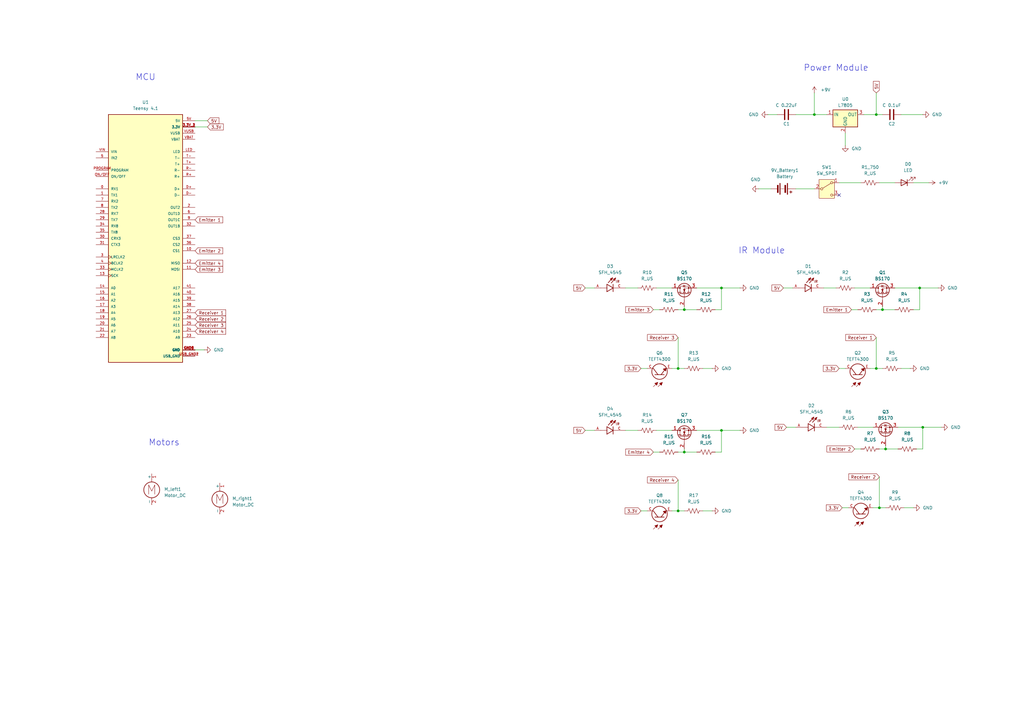
<source format=kicad_sch>
(kicad_sch (version 20250114) (generator "eeschema") (generator_version "9.0")
  (paper "A3")
  (lib_symbols
    (symbol "Device:Battery" (pin_numbers (hide yes)) (pin_names (offset 0) (hide yes))
      (property "Reference" "BT" (at 2.54 2.54 0))
      (property "Value" "Battery" (at 2.54 0 0))
      (symbol "Battery_0_1"
        (rectangle (start -2.286 1.778) (end 2.286 1.524) (fill (type outline)))
        (rectangle (start -2.286 -1.27) (end 2.286 -1.524) (fill (type outline)))
        (rectangle (start -1.524 1.016) (end 1.524 0.508) (fill (type outline)))
        (rectangle (start -1.524 -2.032) (end 1.524 -2.54) (fill (type outline)))
        (polyline (pts (xy 0 1.778) (xy 0 2.54)))
        (polyline (pts (xy 0 0) (xy 0 0.254)))
        (polyline (pts (xy 0 -0.508) (xy 0 -0.254)))
        (polyline (pts (xy 0 -1.016) (xy 0 -0.762)))
        (polyline (pts (xy 0.762 3.048) (xy 1.778 3.048)) (stroke (width 0.254)))
        (polyline (pts (xy 1.27 3.556) (xy 1.27 2.54)) (stroke (width 0.254)))
      )
      (symbol "Battery_1_1"
        (pin passive line (at 0 5.08 270) (length 2.54) (name "+") (number "1"))
        (pin passive line (at 0 -5.08 90) (length 2.54) (name "-") (number "2"))
      )
    )
    (symbol "Device:C" (pin_numbers (hide yes)) (pin_names (offset 0.254))
      (property "Reference" "C" (at 0.635 2.54 0))
      (property "Value" "C" (at 0.635 -2.54 0))
      (symbol "C_0_1"
        (polyline (pts (xy -2.032 0.762) (xy 2.032 0.762)) (stroke (width 0.508)))
        (polyline (pts (xy -2.032 -0.762) (xy 2.032 -0.762)) (stroke (width 0.508)))
      )
      (symbol "C_1_1"
        (pin passive line (at 0 3.81 270) (length 2.794) (name "~") (number "1"))
        (pin passive line (at 0 -3.81 90) (length 2.794) (name "~") (number "2"))
      )
    )
    (symbol "Device:LED" (pin_numbers (hide yes)) (pin_names (offset 1.016) (hide yes))
      (property "Reference" "D" (at 0 2.54 0))
      (property "Value" "LED" (at 0 -2.54 0))
      (symbol "LED_0_1"
        (polyline (pts (xy -3.048 -0.762) (xy -4.572 -2.286) (xy -3.81 -2.286) (xy -4.572 -2.286) (xy -4.572 -1.524)))
        (polyline (pts (xy -1.778 -0.762) (xy -3.302 -2.286) (xy -2.54 -2.286) (xy -3.302 -2.286) (xy -3.302 -1.524)))
        (polyline (pts (xy -1.27 0) (xy 1.27 0)))
        (polyline (pts (xy -1.27 -1.27) (xy -1.27 1.27)) (stroke (width 0.254)))
        (polyline (pts (xy 1.27 -1.27) (xy 1.27 1.27) (xy -1.27 0) (xy 1.27 -1.27)) (stroke (width 0.254)))
      )
      (symbol "LED_1_1"
        (pin passive line (at -3.81 0 0) (length 2.54) (name "K") (number "1"))
        (pin passive line (at 3.81 0 180) (length 2.54) (name "A") (number "2"))
      )
    )
    (symbol "Device:R_US" (pin_numbers (hide yes)) (pin_names (offset 0))
      (property "Reference" "R" (at 2.54 0 90))
      (property "Value" "R_US" (at -2.54 0 90))
      (symbol "R_US_0_1"
        (polyline (pts (xy 0 2.286) (xy 0 2.54)))
        (polyline (pts (xy 0 2.286) (xy 1.016 1.905) (xy 0 1.524) (xy -1.016 1.143) (xy 0 0.762)))
        (polyline (pts (xy 0 0.762) (xy 1.016 0.381) (xy 0 0) (xy -1.016 -0.381) (xy 0 -0.762)))
        (polyline (pts (xy 0 -0.762) (xy 1.016 -1.143) (xy 0 -1.524) (xy -1.016 -1.905) (xy 0 -2.286)))
        (polyline (pts (xy 0 -2.286) (xy 0 -2.54)))
      )
      (symbol "R_US_1_1"
        (pin passive line (at 0 3.81 270) (length 1.27) (name "~") (number "1"))
        (pin passive line (at 0 -3.81 90) (length 1.27) (name "~") (number "2"))
      )
    )
    (symbol "Motor:Motor_DC" (pin_names (offset 0))
      (property "Reference" "M" (at 2.54 2.54 0))
      (property "Value" "Motor_DC" (at 2.54 -5.08 0))
      (symbol "Motor_DC_0_0"
        (polyline (pts (xy -1.27 -3.302) (xy -1.27 0.508) (xy 0 -2.032) (xy 1.27 0.508) (xy 1.27 -3.302)))
      )
      (symbol "Motor_DC_0_1"
        (polyline (pts (xy 0 2.032) (xy 0 2.54)))
        (polyline (pts (xy 0 1.7272) (xy 0 2.0828)))
        (circle (center 0 -1.524) (radius 3.2512) (stroke (width 0.254)))
        (polyline (pts (xy 0 -4.7752) (xy 0 -5.1816)))
        (polyline (pts (xy 0 -7.62) (xy 0 -7.112)))
      )
      (symbol "Motor_DC_1_1"
        (pin passive line (at 0 5.08 270) (length 2.54) (name "+") (number "1"))
        (pin passive line (at 0 -7.62 90) (length 2.54) (name "-") (number "2"))
      )
    )
    (symbol "Regulator_Linear:L7805" (pin_names (offset 0.254))
      (property "Reference" "U" (at -3.81 3.175 0))
      (property "Value" "L7805" (at 0 3.175 0))
      (symbol "L7805_0_1"
        (rectangle (start -5.08 1.905) (end 5.08 -5.08) (stroke (width 0.254)) (fill (type background)))
      )
      (symbol "L7805_1_1"
        (pin power_in line (at -7.62 0 0) (length 2.54) (name "IN") (number "1"))
        (pin power_in line (at 0 -7.62 90) (length 2.54) (name "GND") (number "2"))
        (pin power_out line (at 7.62 0 180) (length 2.54) (name "OUT") (number "3"))
      )
    )
    (symbol "SFH_4545:SFH_4545" (pin_names (offset 1.016))
      (property "Reference" "D" (at -3.556 4.826 0))
      (property "Value" "SFH_4545" (at -3.556 -3.302 0))
      (symbol "SFH_4545_0_0"
        (polyline (pts (xy -2.54 1.524) (xy -2.54 0)) (stroke (width 0.254)))
        (polyline (pts (xy -2.54 0) (xy -5.08 0)) (stroke (width 0.1524)))
        (polyline (pts (xy -2.54 0) (xy -2.54 -1.524)) (stroke (width 0.254)))
        (polyline (pts (xy -2.54 -1.524) (xy 0 0)) (stroke (width 0.254)))
        (polyline (pts (xy -1.1176 3.683) (xy -0.2286 4.1656)) (stroke (width 0.254)))
        (polyline (pts (xy -0.9398 3.6068) (xy -0.7112 3.7592)) (stroke (width 0.254)))
        (polyline (pts (xy -0.5588 3.2004) (xy -1.1176 3.683)) (stroke (width 0.254)))
        (polyline (pts (xy -0.5588 3.2004) (xy -0.5334 3.937)) (stroke (width 0.254)))
        (polyline (pts (xy -0.5334 3.937) (xy -0.6604 3.937)) (stroke (width 0.254)))
        (polyline (pts (xy -0.2286 4.1656) (xy -2.0066 2.1336)) (stroke (width 0.254)))
        (polyline (pts (xy -0.2286 4.1656) (xy -0.5588 3.2004)) (stroke (width 0.254)))
        (polyline (pts (xy 0 1.524) (xy 0 -1.524)) (stroke (width 0.254)))
        (polyline (pts (xy 0 0) (xy -2.54 1.524)) (stroke (width 0.254)))
        (polyline (pts (xy 0.127 3.5814) (xy 1.016 4.064)) (stroke (width 0.254)))
        (polyline (pts (xy 0.3048 3.5052) (xy 0.5334 3.6576)) (stroke (width 0.254)))
        (polyline (pts (xy 0.6858 3.0988) (xy 0.127 3.5814)) (stroke (width 0.254)))
        (polyline (pts (xy 0.6858 3.0988) (xy 0.7112 3.8354)) (stroke (width 0.254)))
        (polyline (pts (xy 0.7112 3.8354) (xy 0.5842 3.8354)) (stroke (width 0.254)))
        (polyline (pts (xy 1.016 4.064) (xy -0.762 2.032)) (stroke (width 0.254)))
        (polyline (pts (xy 1.016 4.064) (xy 0.6858 3.0988)) (stroke (width 0.254)))
        (text "IR" (at 1.016 2.032 0) (effects (font (size 1.016 1.016)) (justify left bottom)))
        (pin passive line (at -7.62 0 0) (length 2.54) (name "~") (number "A"))
        (pin passive line (at 5.08 0 180) (length 5.08) (name "~") (number "C"))
      )
    )
    (symbol "Switch:SW_SPDT" (pin_names (offset 0) (hide yes))
      (property "Reference" "SW" (at 0 5.08 0))
      (property "Value" "SW_SPDT" (at 0 -5.08 0))
      (symbol "SW_SPDT_0_1"
        (circle (center -2.032 0) (radius 0.4572))
        (polyline (pts (xy -1.651 0.254) (xy 1.651 2.286)))
        (circle (center 2.032 2.54) (radius 0.4572))
        (circle (center 2.032 -2.54) (radius 0.4572))
      )
      (symbol "SW_SPDT_1_1"
        (rectangle (start -3.175 3.81) (end 3.175 -3.81) (fill (type background)))
        (pin passive line (at -5.08 0 0) (length 2.54) (name "B") (number "2"))
        (pin passive line (at 5.08 2.54 180) (length 2.54) (name "A") (number "1"))
        (pin passive line (at 5.08 -2.54 180) (length 2.54) (name "C") (number "3"))
      )
    )
    (symbol "TEFT4300:TEFT4300" (pin_names (offset 1.016))
      (property "Reference" "Q" (at -10.1556 5.0822 0))
      (property "Value" "TEFT4300" (at -10.1508 -7.62 0))
      (symbol "TEFT4300_0_0"
        (polyline (pts (xy -4.953 2.54) (xy -3.175 0.762)) (stroke (width 0.1524)))
        (polyline (pts (xy -4.953 0.635) (xy -3.175 -1.143)) (stroke (width 0.1524)))
        (polyline (pts (xy -4.318 1.143) (xy -3.556 1.905)) (stroke (width 0.1524)))
        (polyline (pts (xy -4.318 1.143) (xy -3.175 0.762) (xy -3.556 1.905) (xy -4.318 1.143)) (stroke (width 0.1524)) (fill (type outline)))
        (polyline (pts (xy -4.318 -0.762) (xy -3.556 0)) (stroke (width 0.1524)))
        (polyline (pts (xy -4.318 -0.762) (xy -3.175 -1.143) (xy -3.556 0) (xy -4.318 -0.762)) (stroke (width 0.1524)) (fill (type outline)))
        (polyline (pts (xy -3.556 1.905) (xy -3.175 0.762)) (stroke (width 0.1524)))
        (polyline (pts (xy -3.556 0) (xy -3.175 -1.143)) (stroke (width 0.1524)))
        (polyline (pts (xy -3.175 0.762) (xy -4.318 1.143)) (stroke (width 0.1524)))
        (polyline (pts (xy -3.175 -1.143) (xy -4.318 -0.762)) (stroke (width 0.1524)))
        (polyline (pts (xy 0 1.905) (xy 0 0.635)) (stroke (width 0.254)))
        (polyline (pts (xy 0 0.635) (xy 0 -0.635)) (stroke (width 0.254)))
        (polyline (pts (xy 0 0.635) (xy 2.54 2.54)) (stroke (width 0.254)))
        (polyline (pts (xy 0 -0.635) (xy 0 -1.905)) (stroke (width 0.254)))
        (polyline (pts (xy 0 -0.635) (xy 2.54 -2.54)) (stroke (width 0.254)))
        (circle (center 1.27 0) (radius 3.175) (stroke (width 0.254)))
        (polyline (pts (xy 2.286 -2.286) (xy 2.54 -2.54)) (stroke (width 0.1524)))
        (polyline (pts (xy 2.54 -2.54) (xy 2.286 -1.524) (xy 1.524 -2.54) (xy 2.54 -2.54)) (stroke (width 0.254)) (fill (type outline)))
        (pin passive line (at 2.54 5.08 270) (length 2.54) (name "~") (number "C"))
        (pin passive line (at 2.54 -5.08 90) (length 2.54) (name "~") (number "E"))
      )
    )
    (symbol "Teensy 4.1:DEV-16771" (pin_names (offset 1.016))
      (property "Reference" "U" (at -15.24 52.07 0))
      (property "Value" "DEV-16771" (at -15.24 -53.34 0))
      (symbol "DEV-16771_0_0"
        (rectangle (start -15.24 -50.8) (end 15.24 50.8) (stroke (width 0.254)) (fill (type background)))
        (pin input line (at -20.32 35.56 0) (length 5.08) (name "VIN") (number "VIN"))
        (pin bidirectional line (at -20.32 33.02 0) (length 5.08) (name "IN2") (number "5"))
        (pin bidirectional line (at -20.32 27.94 0) (length 5.08) (name "PROGRAM") (number "PROGRAM"))
        (pin bidirectional line (at -20.32 25.4 0) (length 5.08) (name "ON/OFF") (number "ON/OFF"))
        (pin bidirectional line (at -20.32 20.32 0) (length 5.08) (name "RX1") (number "0"))
        (pin bidirectional line (at -20.32 17.78 0) (length 5.08) (name "TX1") (number "1"))
        (pin bidirectional line (at -20.32 15.24 0) (length 5.08) (name "RX2") (number "7"))
        (pin bidirectional line (at -20.32 12.7 0) (length 5.08) (name "TX2") (number "8"))
        (pin bidirectional line (at -20.32 10.16 0) (length 5.08) (name "RX7") (number "28"))
        (pin bidirectional line (at -20.32 7.62 0) (length 5.08) (name "TX7") (number "29"))
        (pin bidirectional line (at -20.32 5.08 0) (length 5.08) (name "RX8") (number "34"))
        (pin bidirectional line (at -20.32 2.54 0) (length 5.08) (name "TX8") (number "35"))
        (pin bidirectional line (at -20.32 0 0) (length 5.08) (name "CRX3") (number "30"))
        (pin bidirectional line (at -20.32 -2.54 0) (length 5.08) (name "CTX3") (number "31"))
        (pin bidirectional clock (at -20.32 -7.62 0) (length 5.08) (name "LRCLK2") (number "3"))
        (pin bidirectional clock (at -20.32 -10.16 0) (length 5.08) (name "BCLK2") (number "4"))
        (pin bidirectional clock (at -20.32 -12.7 0) (length 5.08) (name "MCLK2") (number "33"))
        (pin bidirectional clock (at -20.32 -15.24 0) (length 5.08) (name "SCK") (number "13"))
        (pin bidirectional line (at -20.32 -20.32 0) (length 5.08) (name "A0") (number "14"))
        (pin bidirectional line (at -20.32 -22.86 0) (length 5.08) (name "A1") (number "15"))
        (pin bidirectional line (at -20.32 -25.4 0) (length 5.08) (name "A2") (number "16"))
        (pin bidirectional line (at -20.32 -27.94 0) (length 5.08) (name "A3") (number "17"))
        (pin bidirectional line (at -20.32 -30.48 0) (length 5.08) (name "A4") (number "18"))
        (pin bidirectional line (at -20.32 -33.02 0) (length 5.08) (name "A5") (number "19"))
        (pin bidirectional line (at -20.32 -35.56 0) (length 5.08) (name "A6") (number "20"))
        (pin bidirectional line (at -20.32 -38.1 0) (length 5.08) (name "A7") (number "21"))
        (pin bidirectional line (at -20.32 -40.64 0) (length 5.08) (name "A8") (number "22"))
        (pin power_in line (at 20.32 48.26 180) (length 5.08) (name "5V") (number "5V"))
        (pin power_in line (at 20.32 45.72 180) (length 5.08) (name "3.3V") (number "3.3V_1"))
        (pin power_in line (at 20.32 45.72 180) (length 5.08) (name "3.3V") (number "3.3V_2"))
        (pin power_in line (at 20.32 45.72 180) (length 5.08) (name "3.3V") (number "3.3V_3"))
        (pin passive line (at 20.32 43.18 180) (length 5.08) (name "VUSB") (number "VUSB"))
        (pin passive line (at 20.32 40.64 180) (length 5.08) (name "VBAT") (number "VBAT"))
        (pin bidirectional line (at 20.32 35.56 180) (length 5.08) (name "LED") (number "LED"))
        (pin bidirectional line (at 20.32 33.02 180) (length 5.08) (name "T-") (number "T-"))
        (pin bidirectional line (at 20.32 30.48 180) (length 5.08) (name "T+") (number "T+"))
        (pin bidirectional line (at 20.32 27.94 180) (length 5.08) (name "R-") (number "R-"))
        (pin bidirectional line (at 20.32 25.4 180) (length 5.08) (name "R+") (number "R+"))
        (pin bidirectional line (at 20.32 20.32 180) (length 5.08) (name "D+") (number "D+"))
        (pin bidirectional line (at 20.32 17.78 180) (length 5.08) (name "D-") (number "D-"))
        (pin output line (at 20.32 12.7 180) (length 5.08) (name "OUT2") (number "2"))
        (pin output line (at 20.32 10.16 180) (length 5.08) (name "OUT1D") (number "6"))
        (pin output line (at 20.32 7.62 180) (length 5.08) (name "OUT1C") (number "9"))
        (pin output line (at 20.32 5.08 180) (length 5.08) (name "OUT1B") (number "32"))
        (pin bidirectional line (at 20.32 0 180) (length 5.08) (name "CS3") (number "37"))
        (pin bidirectional line (at 20.32 -2.54 180) (length 5.08) (name "CS2") (number "36"))
        (pin bidirectional line (at 20.32 -5.08 180) (length 5.08) (name "CS1") (number "10"))
        (pin bidirectional line (at 20.32 -10.16 180) (length 5.08) (name "MISO") (number "12"))
        (pin bidirectional line (at 20.32 -12.7 180) (length 5.08) (name "MOSI") (number "11"))
        (pin bidirectional line (at 20.32 -20.32 180) (length 5.08) (name "A17") (number "41"))
        (pin bidirectional line (at 20.32 -22.86 180) (length 5.08) (name "A16") (number "40"))
        (pin bidirectional line (at 20.32 -25.4 180) (length 5.08) (name "A15") (number "39"))
        (pin bidirectional line (at 20.32 -27.94 180) (length 5.08) (name "A14") (number "38"))
        (pin bidirectional line (at 20.32 -30.48 180) (length 5.08) (name "A13") (number "27"))
        (pin bidirectional line (at 20.32 -33.02 180) (length 5.08) (name "A12") (number "26"))
        (pin bidirectional line (at 20.32 -35.56 180) (length 5.08) (name "A11") (number "25"))
        (pin bidirectional line (at 20.32 -38.1 180) (length 5.08) (name "A10") (number "24"))
        (pin bidirectional line (at 20.32 -40.64 180) (length 5.08) (name "A9") (number "23"))
        (pin power_in line (at 20.32 -45.72 180) (length 5.08) (name "GND") (number "GND1"))
        (pin power_in line (at 20.32 -45.72 180) (length 5.08) (name "GND") (number "GND2"))
        (pin power_in line (at 20.32 -45.72 180) (length 5.08) (name "GND") (number "GND3"))
        (pin power_in line (at 20.32 -45.72 180) (length 5.08) (name "GND") (number "GND4"))
        (pin power_in line (at 20.32 -45.72 180) (length 5.08) (name "GND") (number "GND5"))
        (pin power_in line (at 20.32 -48.26 180) (length 5.08) (name "USB_GND") (number "USB_GND1"))
        (pin power_in line (at 20.32 -48.26 180) (length 5.08) (name "USB_GND") (number "USB_GND2"))
      )
    )
    (symbol "Transistor_FET:BS170" (pin_names (hide yes))
      (property "Reference" "Q" (at 5.08 1.905 0))
      (property "Value" "BS170" (at 5.08 0 0))
      (symbol "BS170_0_1"
        (polyline (pts (xy 0.254 1.905) (xy 0.254 -1.905)) (stroke (width 0.254)))
        (polyline (pts (xy 0.254 0) (xy -2.54 0)))
        (polyline (pts (xy 0.762 2.286) (xy 0.762 1.27)) (stroke (width 0.254)))
        (polyline (pts (xy 0.762 0.508) (xy 0.762 -0.508)) (stroke (width 0.254)))
        (polyline (pts (xy 0.762 -1.27) (xy 0.762 -2.286)) (stroke (width 0.254)))
        (polyline (pts (xy 0.762 -1.778) (xy 3.302 -1.778) (xy 3.302 1.778) (xy 0.762 1.778)))
        (polyline (pts (xy 1.016 0) (xy 2.032 0.381) (xy 2.032 -0.381) (xy 1.016 0)) (fill (type outline)))
        (circle (center 1.651 0) (radius 2.794) (stroke (width 0.254)))
        (polyline (pts (xy 2.54 2.54) (xy 2.54 1.778)))
        (circle (center 2.54 1.778) (radius 0.254) (fill (type outline)))
        (circle (center 2.54 -1.778) (radius 0.254) (fill (type outline)))
        (polyline (pts (xy 2.54 -2.54) (xy 2.54 0) (xy 0.762 0)))
        (polyline (pts (xy 2.794 0.508) (xy 2.921 0.381) (xy 3.683 0.381) (xy 3.81 0.254)))
        (polyline (pts (xy 3.302 0.381) (xy 2.921 -0.254) (xy 3.683 -0.254) (xy 3.302 0.381)))
      )
      (symbol "BS170_1_1"
        (pin input line (at -5.08 0 0) (length 2.54) (name "G") (number "2"))
        (pin passive line (at 2.54 5.08 270) (length 2.54) (name "D") (number "1"))
        (pin passive line (at 2.54 -5.08 90) (length 2.54) (name "S") (number "3"))
      )
    )
    (symbol "power:+7.5V" (power) (pin_numbers (hide yes)) (pin_names (offset 0) (hide yes))
      (property "Value" "+7.5V" (at 0 3.556 0))
      (symbol "+7.5V_0_1"
        (polyline (pts (xy -0.762 1.27) (xy 0 2.54)))
        (polyline (pts (xy 0 2.54) (xy 0.762 1.27)))
        (polyline (pts (xy 0 0) (xy 0 2.54)))
      )
      (symbol "+7.5V_1_1"
        (pin power_in line (at 0 0 90) (length 0) (name "~") (number "1"))
      )
    )
    (symbol "power:GND" (power) (pin_numbers (hide yes)) (pin_names (offset 0) (hide yes))
      (property "Value" "GND" (at 0 -3.81 0))
      (symbol "GND_0_1"
        (polyline (pts (xy 0 0) (xy 0 -1.27) (xy 1.27 -1.27) (xy 0 -2.54) (xy -1.27 -1.27) (xy 0 -1.27)))
      )
      (symbol "GND_1_1"
        (pin power_in line (at 0 0 270) (length 0) (name "~") (number "1"))
      )
    )
  )
  (text "Power Module" (at 342.9 27.94 0) (effects (font (size 2.54 2.54))))
  (text "IR Module" (at 312.42 102.87 0) (effects (font (size 2.54 2.54))))
  (text "MCU" (at 59.69 31.75 0) (effects (font (size 2.54 2.54))))
  (text "Motors" (at 67.31 181.61 0) (effects (font (size 2.54 2.54))))
  (junction (at 295.91 118.11))
  (junction (at 295.91 176.53))
  (junction (at 363.22 184.15))
  (junction (at 360.68 208.28))
  (junction (at 334.01 46.99))
  (junction (at 361.95 127))
  (junction (at 280.67 185.42))
  (junction (at 278.13 151.13))
  (junction (at 359.41 46.99))
  (junction (at 378.46 175.26))
  (junction (at 377.19 118.11))
  (junction (at 278.13 209.55))
  (junction (at 359.41 151.13))
  (junction (at 280.67 127))
  (no_connect (at 344.17 80.01))
  (wire (pts (xy 334.01 38.1) (xy 334.01 46.99)))
  (wire (pts (xy 270.51 185.42) (xy 267.97 185.42)))
  (wire (pts (xy 293.37 185.42) (xy 295.91 185.42)))
  (wire (pts (xy 375.92 184.15) (xy 378.46 184.15)))
  (wire (pts (xy 359.41 151.13) (xy 361.95 151.13)))
  (wire (pts (xy 345.44 208.28) (xy 347.98 208.28)))
  (wire (pts (xy 285.75 118.11) (xy 295.91 118.11)))
  (wire (pts (xy 356.87 151.13) (xy 359.41 151.13)))
  (wire (pts (xy 374.65 74.93) (xy 381 74.93)))
  (wire (pts (xy 378.46 175.26) (xy 386.08 175.26)))
  (wire (pts (xy 359.41 46.99) (xy 361.95 46.99)))
  (wire (pts (xy 295.91 176.53) (xy 303.53 176.53)))
  (wire (pts (xy 288.29 209.55) (xy 292.1 209.55)))
  (wire (pts (xy 240.03 176.53) (xy 243.84 176.53)))
  (wire (pts (xy 280.67 127) (xy 278.13 127)))
  (wire (pts (xy 363.22 184.15) (xy 360.68 184.15)))
  (wire (pts (xy 278.13 138.43) (xy 278.13 151.13)))
  (wire (pts (xy 293.37 127) (xy 295.91 127)))
  (wire (pts (xy 361.95 127) (xy 367.03 127)))
  (wire (pts (xy 278.13 151.13) (xy 280.67 151.13)))
  (wire (pts (xy 269.24 176.53) (xy 275.59 176.53)))
  (wire (pts (xy 295.91 118.11) (xy 303.53 118.11)))
  (wire (pts (xy 360.68 195.58) (xy 360.68 208.28)))
  (wire (pts (xy 270.51 127) (xy 267.97 127)))
  (wire (pts (xy 334.01 46.99) (xy 339.09 46.99)))
  (wire (pts (xy 358.14 208.28) (xy 360.68 208.28)))
  (wire (pts (xy 285.75 176.53) (xy 295.91 176.53)))
  (wire (pts (xy 280.67 127) (xy 285.75 127)))
  (wire (pts (xy 280.67 185.42) (xy 285.75 185.42)))
  (wire (pts (xy 377.19 118.11) (xy 377.19 127)))
  (wire (pts (xy 275.59 151.13) (xy 278.13 151.13)))
  (wire (pts (xy 367.03 118.11) (xy 377.19 118.11)))
  (wire (pts (xy 280.67 185.42) (xy 278.13 185.42)))
  (wire (pts (xy 346.71 59.69) (xy 346.71 54.61)))
  (wire (pts (xy 337.82 118.11) (xy 342.9 118.11)))
  (wire (pts (xy 311.15 77.47) (xy 316.23 77.47)))
  (wire (pts (xy 374.65 127) (xy 377.19 127)))
  (wire (pts (xy 288.29 151.13) (xy 292.1 151.13)))
  (wire (pts (xy 295.91 176.53) (xy 295.91 185.42)))
  (wire (pts (xy 344.17 151.13) (xy 346.71 151.13)))
  (wire (pts (xy 322.58 175.26) (xy 326.39 175.26)))
  (wire (pts (xy 353.06 184.15) (xy 350.52 184.15)))
  (wire (pts (xy 359.41 138.43) (xy 359.41 151.13)))
  (wire (pts (xy 361.95 127) (xy 359.41 127)))
  (wire (pts (xy 80.01 143.51) (xy 83.82 143.51)))
  (wire (pts (xy 240.03 118.11) (xy 243.84 118.11)))
  (wire (pts (xy 326.39 77.47) (xy 334.01 77.47)))
  (wire (pts (xy 369.57 46.99) (xy 378.46 46.99)))
  (wire (pts (xy 378.46 175.26) (xy 378.46 184.15)))
  (wire (pts (xy 360.68 74.93) (xy 367.03 74.93)))
  (wire (pts (xy 280.67 125.73) (xy 280.67 127)))
  (wire (pts (xy 256.54 176.53) (xy 261.62 176.53)))
  (wire (pts (xy 368.3 175.26) (xy 378.46 175.26)))
  (wire (pts (xy 262.89 209.55) (xy 265.43 209.55)))
  (wire (pts (xy 321.31 118.11) (xy 325.12 118.11)))
  (wire (pts (xy 318.77 46.99) (xy 314.96 46.99)))
  (wire (pts (xy 275.59 209.55) (xy 278.13 209.55)))
  (wire (pts (xy 262.89 151.13) (xy 265.43 151.13)))
  (wire (pts (xy 377.19 118.11) (xy 384.81 118.11)))
  (wire (pts (xy 339.09 175.26) (xy 344.17 175.26)))
  (wire (pts (xy 350.52 118.11) (xy 356.87 118.11)))
  (wire (pts (xy 280.67 184.15) (xy 280.67 185.42)))
  (wire (pts (xy 369.57 151.13) (xy 373.38 151.13)))
  (wire (pts (xy 351.79 127) (xy 349.25 127)))
  (wire (pts (xy 269.24 118.11) (xy 275.59 118.11)))
  (wire (pts (xy 370.84 208.28) (xy 374.65 208.28)))
  (wire (pts (xy 363.22 184.15) (xy 368.3 184.15)))
  (wire (pts (xy 354.33 46.99) (xy 359.41 46.99)))
  (wire (pts (xy 351.79 175.26) (xy 358.14 175.26)))
  (wire (pts (xy 326.39 46.99) (xy 334.01 46.99)))
  (wire (pts (xy 359.41 38.1) (xy 359.41 46.99)))
  (wire (pts (xy 363.22 182.88) (xy 363.22 184.15)))
  (wire (pts (xy 278.13 196.85) (xy 278.13 209.55)))
  (wire (pts (xy 360.68 208.28) (xy 363.22 208.28)))
  (wire (pts (xy 80.01 52.07) (xy 85.09 52.07)))
  (wire (pts (xy 278.13 209.55) (xy 280.67 209.55)))
  (wire (pts (xy 361.95 125.73) (xy 361.95 127)))
  (wire (pts (xy 295.91 118.11) (xy 295.91 127)))
  (wire (pts (xy 344.17 74.93) (xy 353.06 74.93)))
  (wire (pts (xy 80.01 49.53) (xy 85.09 49.53)))
  (wire (pts (xy 256.54 118.11) (xy 261.62 118.11)))
  (global_label "Receiver 2" (shape input) (at 360.68 195.58 180) (property "Intersheetrefs" "${INTERSHEET_REFS}" (effects (hide yes))))
  (global_label "Receiver 4" (shape input) (at 80.01 135.89 0) (property "Intersheetrefs" "${INTERSHEET_REFS}" (effects (hide yes))))
  (global_label "3.3V" (shape input) (at 344.17 151.13 180) (property "Intersheetrefs" "${INTERSHEET_REFS}" (effects (hide yes))))
  (global_label "3.3V" (shape input) (at 262.89 151.13 180) (property "Intersheetrefs" "${INTERSHEET_REFS}" (effects (hide yes))))
  (global_label "Emitter 3" (shape input) (at 267.97 127 180) (property "Intersheetrefs" "${INTERSHEET_REFS}" (effects (hide yes))))
  (global_label "Receiver 1" (shape input) (at 359.41 138.43 180) (property "Intersheetrefs" "${INTERSHEET_REFS}" (effects (hide yes))))
  (global_label "5V" (shape input) (at 240.03 118.11 180) (property "Intersheetrefs" "${INTERSHEET_REFS}" (effects (hide yes))))
  (global_label "5V" (shape input) (at 85.09 49.53 0) (property "Intersheetrefs" "${INTERSHEET_REFS}" (effects (hide yes))))
  (global_label "3.3V" (shape input) (at 85.09 52.07 0) (property "Intersheetrefs" "${INTERSHEET_REFS}" (effects (hide yes))))
  (global_label "5V" (shape input) (at 240.03 176.53 180) (property "Intersheetrefs" "${INTERSHEET_REFS}" (effects (hide yes))))
  (global_label "Emitter 3" (shape input) (at 80.01 110.49 0) (property "Intersheetrefs" "${INTERSHEET_REFS}" (effects (hide yes))))
  (global_label "3.3V" (shape input) (at 262.89 209.55 180) (property "Intersheetrefs" "${INTERSHEET_REFS}" (effects (hide yes))))
  (global_label "3.3V" (shape input) (at 345.44 208.28 180) (property "Intersheetrefs" "${INTERSHEET_REFS}" (effects (hide yes))))
  (global_label "Emitter 4" (shape input) (at 80.01 107.95 0) (property "Intersheetrefs" "${INTERSHEET_REFS}" (effects (hide yes))))
  (global_label "5V" (shape input) (at 359.41 38.1 90) (property "Intersheetrefs" "${INTERSHEET_REFS}" (effects (hide yes))))
  (global_label "Receiver 2" (shape input) (at 80.01 130.81 0) (property "Intersheetrefs" "${INTERSHEET_REFS}" (effects (hide yes))))
  (global_label "Emitter 1" (shape input) (at 349.25 127 180) (property "Intersheetrefs" "${INTERSHEET_REFS}" (effects (hide yes))))
  (global_label "Receiver 1" (shape input) (at 80.01 128.27 0) (property "Intersheetrefs" "${INTERSHEET_REFS}" (effects (hide yes))))
  (global_label "Emitter 1" (shape input) (at 80.01 90.17 0) (property "Intersheetrefs" "${INTERSHEET_REFS}" (effects (hide yes))))
  (global_label "Receiver 4" (shape input) (at 278.13 196.85 180) (property "Intersheetrefs" "${INTERSHEET_REFS}" (effects (hide yes))))
  (global_label "Receiver 3" (shape input) (at 278.13 138.43 180) (property "Intersheetrefs" "${INTERSHEET_REFS}" (effects (hide yes))))
  (global_label "Receiver 3" (shape input) (at 80.01 133.35 0) (property "Intersheetrefs" "${INTERSHEET_REFS}" (effects (hide yes))))
  (global_label "5V" (shape input) (at 322.58 175.26 180) (property "Intersheetrefs" "${INTERSHEET_REFS}" (effects (hide yes))))
  (global_label "Emitter 2" (shape input) (at 350.52 184.15 180) (property "Intersheetrefs" "${INTERSHEET_REFS}" (effects (hide yes))))
  (global_label "Emitter 4" (shape input) (at 267.97 185.42 180) (property "Intersheetrefs" "${INTERSHEET_REFS}" (effects (hide yes))))
  (global_label "5V" (shape input) (at 321.31 118.11 180) (property "Intersheetrefs" "${INTERSHEET_REFS}" (effects (hide yes))))
  (global_label "Emitter 2" (shape input) (at 80.01 102.87 0) (property "Intersheetrefs" "${INTERSHEET_REFS}" (effects (hide yes))))
  (symbol (lib_id "TEFT4300:TEFT4300") (at 353.06 210.82 90) (unit 1)
    (property "Reference" "Q4" (at 353.06 201.93 90))
    (property "Value" "TEFT4300" (at 353.06 204.47 90))
    (property "Footprint" "TEFT4300:XDCR_TEFT4300" (effects (hide yes)))
    (property "MF" "Vishay Semiconductor" (effects (hide yes)))
    (property "MAXIMUM_PACKAGE_HEIGHT" "6.10mm" (effects (hide yes)))
    (property "PACKAGE" "Radial Vishay" (effects (hide yes)))
    (property "Price" "None" (effects (hide yes)))
    (property "Package" "None" (effects (hide yes)))
    (property "Check_prices" "https://www.snapeda.com/parts/TEFT4300/Vishay/view-part/?ref=eda" (effects (hide yes)))
    (property "SnapEDA_Link" "https://www.snapeda.com/parts/TEFT4300/Vishay/view-part/?ref=snap" (effects (hide yes)))
    (property "MP" "TEFT4300" (effects (hide yes)))
    (property "Availability" "In Stock" (effects (hide yes)))
    (property "Description_1" "Phototransistors 925nm Top View Radial, 3mm Dia (T-1)" (effects (hide yes)))
  )
  (symbol (lib_id "Device:C") (at 365.76 46.99 90) (unit 1)
    (property "Reference" "C2" (at 365.76 50.8 90))
    (property "Value" "C 0.1uF" (at 365.76 43.18 90))
    (property "Description" "Unpolarized capacitor" (effects (hide yes)))
  )
  (symbol (lib_id "power:GND") (at 378.46 46.99 90) (unit 1)
    (property "Reference" "#PWR03" (effects (hide yes)))
    (property "Value" "GND" (at 382.27 46.9899 90) (effects (justify right)))
    (property "Description" "Power symbol creates a global label with name \"GND\" , ground" (effects (hide yes)))
  )
  (symbol (lib_id "Device:LED") (at 370.84 74.93 180) (unit 1)
    (property "Reference" "D0" (at 372.4275 67.31 0))
    (property "Value" "LED" (at 372.4275 69.85 0))
    (property "Description" "Light emitting diode" (effects (hide yes)))
    (property "Sim.Pins" "1=K 2=A" (effects (hide yes)))
  )
  (symbol (lib_id "Device:R_US") (at 289.56 127 90) (unit 1)
    (property "Reference" "R12" (at 289.56 120.65 90))
    (property "Value" "R_US" (at 289.56 123.19 90))
    (property "Description" "Resistor, US symbol" (effects (hide yes)))
  )
  (symbol (lib_id "power:GND") (at 83.82 143.51 90) (unit 1)
    (property "Reference" "#PWR05" (effects (hide yes)))
    (property "Value" "GND" (at 87.63 143.5099 90) (effects (justify right)))
    (property "Description" "Power symbol creates a global label with name \"GND\" , ground" (effects (hide yes)))
  )
  (symbol (lib_id "Device:R_US") (at 284.48 151.13 90) (unit 1)
    (property "Reference" "R13" (at 284.48 144.78 90))
    (property "Value" "R_US" (at 284.48 147.32 90))
    (property "Description" "Resistor, US symbol" (effects (hide yes)))
  )
  (symbol (lib_id "Device:R_US") (at 346.71 118.11 90) (unit 1)
    (property "Reference" "R2" (at 346.71 111.76 90))
    (property "Value" "R_US" (at 346.71 114.3 90))
    (property "Description" "Resistor, US symbol" (effects (hide yes)))
  )
  (symbol (lib_id "Device:R_US") (at 372.11 184.15 90) (unit 1)
    (property "Reference" "R8" (at 372.11 177.8 90))
    (property "Value" "R_US" (at 372.11 180.34 90))
    (property "Description" "Resistor, US symbol" (effects (hide yes)))
  )
  (symbol (lib_id "Device:R_US") (at 274.32 185.42 90) (unit 1)
    (property "Reference" "R15" (at 274.32 179.07 90))
    (property "Value" "R_US" (at 274.32 181.61 90))
    (property "Description" "Resistor, US symbol" (effects (hide yes)))
  )
  (symbol (lib_id "Switch:SW_SPDT") (at 339.09 77.47 0) (unit 1)
    (property "Reference" "SW1" (at 339.09 68.58 0))
    (property "Value" "SW_SPDT" (at 339.09 71.12 0))
    (property "Description" "Switch, single pole double throw" (effects (hide yes)))
  )
  (symbol (lib_id "SFH_4545:SFH_4545") (at 251.46 118.11 0) (unit 1)
    (property "Reference" "D3" (at 250.2287 109.22 0))
    (property "Value" "SFH_4545" (at 250.2287 111.76 0))
    (property "Footprint" "SFH_4545:DIO_SFH_4545" (effects (hide yes)))
    (property "MF" "OSRAM Opto" (effects (hide yes)))
    (property "Description_1" "Infrared (IR) Emitter 950nm 1.5V 100mA 550mW/sr @ 100mA 10° Radial" (effects (hide yes)))
    (property "Package" "None" (effects (hide yes)))
    (property "Price" "None" (effects (hide yes)))
    (property "Check_prices" "https://www.snapeda.com/parts/SFH%204545/OSRAM/view-part/?ref=eda" (effects (hide yes)))
    (property "STANDARD" "Manufacturer Recommendations" (effects (hide yes)))
    (property "PARTREV" "1.5" (effects (hide yes)))
    (property "SnapEDA_Link" "https://www.snapeda.com/parts/SFH%204545/OSRAM/view-part/?ref=snap" (effects (hide yes)))
    (property "MP" "SFH 4545" (effects (hide yes)))
    (property "Availability" "In Stock" (effects (hide yes)))
    (property "MANUFACTURER" "OSRAM" (effects (hide yes)))
  )
  (symbol (lib_id "Device:R_US") (at 265.43 118.11 90) (unit 1)
    (property "Reference" "R10" (at 265.43 111.76 90))
    (property "Value" "R_US" (at 265.43 114.3 90))
    (property "Description" "Resistor, US symbol" (effects (hide yes)))
  )
  (symbol (lib_id "Transistor_FET:BS170") (at 280.67 179.07 90) (unit 1)
    (property "Reference" "Q7" (at 280.67 170.18 90))
    (property "Value" "BS170" (at 280.67 172.72 90))
    (property "Footprint" "Package_TO_SOT_THT:TO-92_Inline" (effects (hide yes)))
    (property "Datasheet" "https://www.onsemi.com/pub/Collateral/BS170-D.PDF" (effects (hide yes)))
    (property "Description" "0.5A Id, 60V Vds, N-Channel MOSFET, TO-92" (effects (hide yes)))
  )
  (symbol (lib_id "power:+7.5V") (at 381 74.93 270) (unit 1)
    (property "Reference" "#PWR07" (effects (hide yes)))
    (property "Value" "+9V" (at 384.81 74.9299 90) (effects (justify left)))
    (property "Description" "Power symbol creates a global label with name \"+7.5V\"" (effects (hide yes)))
  )
  (symbol (lib_id "Motor:Motor_DC") (at 62.23 199.39 0) (unit 1)
    (property "Reference" "M_left1" (at 67.31 200.6599 0) (effects (justify left)))
    (property "Value" "Motor_DC" (at 67.31 203.1999 0) (effects (justify left)))
    (property "Description" "DC Motor" (effects (hide yes)))
  )
  (symbol (lib_id "Device:R_US") (at 370.84 127 90) (unit 1)
    (property "Reference" "R4" (at 370.84 120.65 90))
    (property "Value" "R_US" (at 370.84 123.19 90))
    (property "Description" "Resistor, US symbol" (effects (hide yes)))
  )
  (symbol (lib_id "Regulator_Linear:L7805") (at 346.71 46.99 0) (unit 1)
    (property "Reference" "U0" (at 346.71 40.64 0))
    (property "Value" "L7805" (at 346.71 43.18 0))
    (property "Datasheet" "http://www.st.com/content/ccc/resource/technical/document/datasheet/41/4f/b3/b0/12/d4/47/88/CD00000444.pdf/files/CD00000444.pdf/jcr:content/translations/en.CD00000444.pdf" (effects (hide yes)))
    (property "Description" "Positive 1.5A 35V Linear Regulator, Fixed Output 5V, TO-220/TO-263/TO-252" (effects (hide yes)))
  )
  (symbol (lib_id "SFH_4545:SFH_4545") (at 332.74 118.11 0) (unit 1)
    (property "Reference" "D1" (at 331.5087 109.22 0))
    (property "Value" "SFH_4545" (at 331.5087 111.76 0))
    (property "Footprint" "SFH_4545:DIO_SFH_4545" (effects (hide yes)))
    (property "MF" "OSRAM Opto" (effects (hide yes)))
    (property "Description_1" "Infrared (IR) Emitter 950nm 1.5V 100mA 550mW/sr @ 100mA 10° Radial" (effects (hide yes)))
    (property "Package" "None" (effects (hide yes)))
    (property "Price" "None" (effects (hide yes)))
    (property "Check_prices" "https://www.snapeda.com/parts/SFH%204545/OSRAM/view-part/?ref=eda" (effects (hide yes)))
    (property "STANDARD" "Manufacturer Recommendations" (effects (hide yes)))
    (property "PARTREV" "1.5" (effects (hide yes)))
    (property "SnapEDA_Link" "https://www.snapeda.com/parts/SFH%204545/OSRAM/view-part/?ref=snap" (effects (hide yes)))
    (property "MP" "SFH 4545" (effects (hide yes)))
    (property "Availability" "In Stock" (effects (hide yes)))
    (property "MANUFACTURER" "OSRAM" (effects (hide yes)))
  )
  (symbol (lib_id "SFH_4545:SFH_4545") (at 251.46 176.53 0) (unit 1)
    (property "Reference" "D4" (at 250.2287 167.64 0))
    (property "Value" "SFH_4545" (at 250.2287 170.18 0))
    (property "Footprint" "SFH_4545:DIO_SFH_4545" (effects (hide yes)))
    (property "MF" "OSRAM Opto" (effects (hide yes)))
    (property "Description_1" "Infrared (IR) Emitter 950nm 1.5V 100mA 550mW/sr @ 100mA 10° Radial" (effects (hide yes)))
    (property "Package" "None" (effects (hide yes)))
    (property "Price" "None" (effects (hide yes)))
    (property "Check_prices" "https://www.snapeda.com/parts/SFH%204545/OSRAM/view-part/?ref=eda" (effects (hide yes)))
    (property "STANDARD" "Manufacturer Recommendations" (effects (hide yes)))
    (property "PARTREV" "1.5" (effects (hide yes)))
    (property "SnapEDA_Link" "https://www.snapeda.com/parts/SFH%204545/OSRAM/view-part/?ref=snap" (effects (hide yes)))
    (property "MP" "SFH 4545" (effects (hide yes)))
    (property "Availability" "In Stock" (effects (hide yes)))
    (property "MANUFACTURER" "OSRAM" (effects (hide yes)))
  )
  (symbol (lib_id "Teensy 4.1:DEV-16771") (at 59.69 97.79 0) (unit 1)
    (property "Reference" "U1" (at 59.69 41.91 0))
    (property "Value" "Teensy 4.1" (at 59.69 44.45 0))
    (property "Footprint" "DEV-16771:MODULE_DEV-16771" (effects (hide yes)))
    (property "MF" "SparkFun Electronics" (effects (hide yes)))
    (property "MAXIMUM_PACKAGE_HEIGHT" "4.07mm" (effects (hide yes)))
    (property "Package" "None" (effects (hide yes)))
    (property "Price" "None" (effects (hide yes)))
    (property "Check_prices" "https://www.snapeda.com/parts/DEV-16771/SparkFun/view-part/?ref=eda" (effects (hide yes)))
    (property "STANDARD" "Manufacturer recommendations" (effects (hide yes)))
    (property "PARTREV" "4.1" (effects (hide yes)))
    (property "SnapEDA_Link" "https://www.snapeda.com/parts/DEV-16771/SparkFun/view-part/?ref=snap" (effects (hide yes)))
    (property "MP" "DEV-16771" (effects (hide yes)))
    (property "Description_1" "RT1062 Teensy 4.1 series ARM® Cortex®-M7 MPU Embedded Evaluation Board" (effects (hide yes)))
    (property "Availability" "In Stock" (effects (hide yes)))
    (property "MANUFACTURER" "SparkFun Electronics" (effects (hide yes)))
  )
  (symbol (lib_id "power:GND") (at 303.53 118.11 90) (unit 1)
    (property "Reference" "#PWR011" (effects (hide yes)))
    (property "Value" "GND" (at 307.34 118.1099 90) (effects (justify right)))
    (property "Description" "Power symbol creates a global label with name \"GND\" , ground" (effects (hide yes)))
  )
  (symbol (lib_id "Device:R_US") (at 274.32 127 90) (unit 1)
    (property "Reference" "R11" (at 274.32 120.65 90))
    (property "Value" "R_US" (at 274.32 123.19 90))
    (property "Description" "Resistor, US symbol" (effects (hide yes)))
  )
  (symbol (lib_id "SFH_4545:SFH_4545") (at 334.01 175.26 0) (unit 1)
    (property "Reference" "D2" (at 332.7787 166.37 0))
    (property "Value" "SFH_4545" (at 332.7787 168.91 0))
    (property "Footprint" "SFH_4545:DIO_SFH_4545" (effects (hide yes)))
    (property "MF" "OSRAM Opto" (effects (hide yes)))
    (property "Description_1" "Infrared (IR) Emitter 950nm 1.5V 100mA 550mW/sr @ 100mA 10° Radial" (effects (hide yes)))
    (property "Package" "None" (effects (hide yes)))
    (property "Price" "None" (effects (hide yes)))
    (property "Check_prices" "https://www.snapeda.com/parts/SFH%204545/OSRAM/view-part/?ref=eda" (effects (hide yes)))
    (property "STANDARD" "Manufacturer Recommendations" (effects (hide yes)))
    (property "PARTREV" "1.5" (effects (hide yes)))
    (property "SnapEDA_Link" "https://www.snapeda.com/parts/SFH%204545/OSRAM/view-part/?ref=snap" (effects (hide yes)))
    (property "MP" "SFH 4545" (effects (hide yes)))
    (property "Availability" "In Stock" (effects (hide yes)))
    (property "MANUFACTURER" "OSRAM" (effects (hide yes)))
  )
  (symbol (lib_id "Device:Battery") (at 321.31 77.47 270) (unit 1)
    (property "Reference" "9V_Battery1" (at 321.8815 69.85 90))
    (property "Value" "Battery" (at 321.8815 72.39 90))
    (property "Description" "Multiple-cell battery" (effects (hide yes)))
  )
  (symbol (lib_id "TEFT4300:TEFT4300") (at 270.51 153.67 90) (unit 1)
    (property "Reference" "Q6" (at 270.51 144.78 90))
    (property "Value" "TEFT4300" (at 270.51 147.32 90))
    (property "Footprint" "TEFT4300:XDCR_TEFT4300" (effects (hide yes)))
    (property "MF" "Vishay Semiconductor" (effects (hide yes)))
    (property "MAXIMUM_PACKAGE_HEIGHT" "6.10mm" (effects (hide yes)))
    (property "PACKAGE" "Radial Vishay" (effects (hide yes)))
    (property "Price" "None" (effects (hide yes)))
    (property "Package" "None" (effects (hide yes)))
    (property "Check_prices" "https://www.snapeda.com/parts/TEFT4300/Vishay/view-part/?ref=eda" (effects (hide yes)))
    (property "SnapEDA_Link" "https://www.snapeda.com/parts/TEFT4300/Vishay/view-part/?ref=snap" (effects (hide yes)))
    (property "MP" "TEFT4300" (effects (hide yes)))
    (property "Availability" "In Stock" (effects (hide yes)))
    (property "Description_1" "Phototransistors 925nm Top View Radial, 3mm Dia (T-1)" (effects (hide yes)))
  )
  (symbol (lib_id "Motor:Motor_DC") (at 90.17 203.2 0) (unit 1)
    (property "Reference" "M_right1" (at 95.25 204.4699 0) (effects (justify left)))
    (property "Value" "Motor_DC" (at 95.25 207.0099 0) (effects (justify left)))
    (property "Description" "DC Motor" (effects (hide yes)))
  )
  (symbol (lib_id "power:GND") (at 314.96 46.99 270) (unit 1)
    (property "Reference" "#PWR02" (effects (hide yes)))
    (property "Value" "GND" (at 311.15 46.9901 90) (effects (justify right)))
    (property "Description" "Power symbol creates a global label with name \"GND\" , ground" (effects (hide yes)))
  )
  (symbol (lib_id "TEFT4300:TEFT4300") (at 270.51 212.09 90) (unit 1)
    (property "Reference" "Q8" (at 270.51 203.2 90))
    (property "Value" "TEFT4300" (at 270.51 205.74 90))
    (property "Footprint" "TEFT4300:XDCR_TEFT4300" (effects (hide yes)))
    (property "MF" "Vishay Semiconductor" (effects (hide yes)))
    (property "MAXIMUM_PACKAGE_HEIGHT" "6.10mm" (effects (hide yes)))
    (property "PACKAGE" "Radial Vishay" (effects (hide yes)))
    (property "Price" "None" (effects (hide yes)))
    (property "Package" "None" (effects (hide yes)))
    (property "Check_prices" "https://www.snapeda.com/parts/TEFT4300/Vishay/view-part/?ref=eda" (effects (hide yes)))
    (property "SnapEDA_Link" "https://www.snapeda.com/parts/TEFT4300/Vishay/view-part/?ref=snap" (effects (hide yes)))
    (property "MP" "TEFT4300" (effects (hide yes)))
    (property "Availability" "In Stock" (effects (hide yes)))
    (property "Description_1" "Phototransistors 925nm Top View Radial, 3mm Dia (T-1)" (effects (hide yes)))
  )
  (symbol (lib_id "Device:R_US") (at 289.56 185.42 90) (unit 1)
    (property "Reference" "R16" (at 289.56 179.07 90))
    (property "Value" "R_US" (at 289.56 181.61 90))
    (property "Description" "Resistor, US symbol" (effects (hide yes)))
  )
  (symbol (lib_id "power:+7.5V") (at 334.01 38.1 0) (unit 1)
    (property "Reference" "#PWR04" (effects (hide yes)))
    (property "Value" "+9V" (at 336.55 36.8299 0) (effects (justify left)))
    (property "Description" "Power symbol creates a global label with name \"+7.5V\"" (effects (hide yes)))
  )
  (symbol (lib_id "Transistor_FET:BS170") (at 280.67 120.65 90) (unit 1)
    (property "Reference" "Q5" (at 280.67 111.76 90))
    (property "Value" "BS170" (at 280.67 114.3 90))
    (property "Footprint" "Package_TO_SOT_THT:TO-92_Inline" (effects (hide yes)))
    (property "Datasheet" "https://www.onsemi.com/pub/Collateral/BS170-D.PDF" (effects (hide yes)))
    (property "Description" "0.5A Id, 60V Vds, N-Channel MOSFET, TO-92" (effects (hide yes)))
  )
  (symbol (lib_id "Device:R_US") (at 365.76 151.13 90) (unit 1)
    (property "Reference" "R5" (at 365.76 144.78 90))
    (property "Value" "R_US" (at 365.76 147.32 90))
    (property "Description" "Resistor, US symbol" (effects (hide yes)))
  )
  (symbol (lib_id "power:GND") (at 374.65 208.28 90) (unit 1)
    (property "Reference" "#PWR012" (effects (hide yes)))
    (property "Value" "GND" (at 378.46 208.2799 90) (effects (justify right)))
    (property "Description" "Power symbol creates a global label with name \"GND\" , ground" (effects (hide yes)))
  )
  (symbol (lib_id "Transistor_FET:BS170") (at 363.22 177.8 90) (unit 1)
    (property "Reference" "Q3" (at 363.22 168.91 90))
    (property "Value" "BS170" (at 363.22 171.45 90))
    (property "Footprint" "Package_TO_SOT_THT:TO-92_Inline" (effects (hide yes)))
    (property "Datasheet" "https://www.onsemi.com/pub/Collateral/BS170-D.PDF" (effects (hide yes)))
    (property "Description" "0.5A Id, 60V Vds, N-Channel MOSFET, TO-92" (effects (hide yes)))
  )
  (symbol (lib_id "power:GND") (at 303.53 176.53 90) (unit 1)
    (property "Reference" "#PWR015" (effects (hide yes)))
    (property "Value" "GND" (at 307.34 176.5299 90) (effects (justify right)))
    (property "Description" "Power symbol creates a global label with name \"GND\" , ground" (effects (hide yes)))
  )
  (symbol (lib_id "Transistor_FET:BS170") (at 361.95 120.65 90) (unit 1)
    (property "Reference" "Q1" (at 361.95 111.76 90))
    (property "Value" "BS170" (at 361.95 114.3 90))
    (property "Footprint" "Package_TO_SOT_THT:TO-92_Inline" (effects (hide yes)))
    (property "Datasheet" "https://www.onsemi.com/pub/Collateral/BS170-D.PDF" (effects (hide yes)))
    (property "Description" "0.5A Id, 60V Vds, N-Channel MOSFET, TO-92" (effects (hide yes)))
  )
  (symbol (lib_id "power:GND") (at 346.71 59.69 0) (unit 1)
    (property "Reference" "#PWR01" (effects (hide yes)))
    (property "Value" "GND" (at 349.25 60.9599 0) (effects (justify left)))
    (property "Description" "Power symbol creates a global label with name \"GND\" , ground" (effects (hide yes)))
  )
  (symbol (lib_id "power:GND") (at 292.1 209.55 90) (unit 1)
    (property "Reference" "#PWR014" (effects (hide yes)))
    (property "Value" "GND" (at 295.91 209.5499 90) (effects (justify right)))
    (property "Description" "Power symbol creates a global label with name \"GND\" , ground" (effects (hide yes)))
  )
  (symbol (lib_id "Device:R_US") (at 356.87 74.93 90) (unit 1)
    (property "Reference" "R1_750" (at 356.87 68.58 90))
    (property "Value" "R_US" (at 356.87 71.12 90))
    (property "Description" "Resistor, US symbol" (effects (hide yes)))
  )
  (symbol (lib_id "Device:R_US") (at 284.48 209.55 90) (unit 1)
    (property "Reference" "R17" (at 284.48 203.2 90))
    (property "Value" "R_US" (at 284.48 205.74 90))
    (property "Description" "Resistor, US symbol" (effects (hide yes)))
  )
  (symbol (lib_id "power:GND") (at 373.38 151.13 90) (unit 1)
    (property "Reference" "#PWR010" (effects (hide yes)))
    (property "Value" "GND" (at 377.19 151.1299 90) (effects (justify right)))
    (property "Description" "Power symbol creates a global label with name \"GND\" , ground" (effects (hide yes)))
  )
  (symbol (lib_id "Device:R_US") (at 265.43 176.53 90) (unit 1)
    (property "Reference" "R14" (at 265.43 170.18 90))
    (property "Value" "R_US" (at 265.43 172.72 90))
    (property "Description" "Resistor, US symbol" (effects (hide yes)))
  )
  (symbol (lib_id "Device:R_US") (at 356.87 184.15 90) (unit 1)
    (property "Reference" "R7" (at 356.87 177.8 90))
    (property "Value" "R_US" (at 356.87 180.34 90))
    (property "Description" "Resistor, US symbol" (effects (hide yes)))
  )
  (symbol (lib_id "power:GND") (at 311.15 77.47 270) (unit 1)
    (property "Reference" "#PWR06" (effects (hide yes)))
    (property "Value" "GND" (at 309.88 73.66 90))
    (property "Description" "Power symbol creates a global label with name \"GND\" , ground" (effects (hide yes)))
  )
  (symbol (lib_id "power:GND") (at 386.08 175.26 90) (unit 1)
    (property "Reference" "#PWR013" (effects (hide yes)))
    (property "Value" "GND" (at 389.89 175.2599 90) (effects (justify right)))
    (property "Description" "Power symbol creates a global label with name \"GND\" , ground" (effects (hide yes)))
  )
  (symbol (lib_id "TEFT4300:TEFT4300") (at 351.79 153.67 90) (unit 1)
    (property "Reference" "Q2" (at 351.79 144.78 90))
    (property "Value" "TEFT4300" (at 351.79 147.32 90))
    (property "Footprint" "TEFT4300:XDCR_TEFT4300" (effects (hide yes)))
    (property "MF" "Vishay Semiconductor" (effects (hide yes)))
    (property "MAXIMUM_PACKAGE_HEIGHT" "6.10mm" (effects (hide yes)))
    (property "PACKAGE" "Radial Vishay" (effects (hide yes)))
    (property "Price" "None" (effects (hide yes)))
    (property "Package" "None" (effects (hide yes)))
    (property "Check_prices" "https://www.snapeda.com/parts/TEFT4300/Vishay/view-part/?ref=eda" (effects (hide yes)))
    (property "SnapEDA_Link" "https://www.snapeda.com/parts/TEFT4300/Vishay/view-part/?ref=snap" (effects (hide yes)))
    (property "MP" "TEFT4300" (effects (hide yes)))
    (property "Availability" "In Stock" (effects (hide yes)))
    (property "Description_1" "Phototransistors 925nm Top View Radial, 3mm Dia (T-1)" (effects (hide yes)))
  )
  (symbol (lib_id "Device:R_US") (at 367.03 208.28 90) (unit 1)
    (property "Reference" "R9" (at 367.03 201.93 90))
    (property "Value" "R_US" (at 367.03 204.47 90))
    (property "Description" "Resistor, US symbol" (effects (hide yes)))
  )
  (symbol (lib_id "Device:C") (at 322.58 46.99 270) (unit 1)
    (property "Reference" "C1" (at 322.58 50.8 90))
    (property "Value" "C 0.22uF" (at 322.58 43.18 90))
    (property "Description" "Unpolarized capacitor" (effects (hide yes)))
  )
  (symbol (lib_id "power:GND") (at 292.1 151.13 90) (unit 1)
    (property "Reference" "#PWR09" (effects (hide yes)))
    (property "Value" "GND" (at 295.91 151.1299 90) (effects (justify right)))
    (property "Description" "Power symbol creates a global label with name \"GND\" , ground" (effects (hide yes)))
  )
  (symbol (lib_id "Device:R_US") (at 347.98 175.26 90) (unit 1)
    (property "Reference" "R6" (at 347.98 168.91 90))
    (property "Value" "R_US" (at 347.98 171.45 90))
    (property "Description" "Resistor, US symbol" (effects (hide yes)))
  )
  (symbol (lib_id "Device:R_US") (at 355.6 127 90) (unit 1)
    (property "Reference" "R3" (at 355.6 120.65 90))
    (property "Value" "R_US" (at 355.6 123.19 90))
    (property "Description" "Resistor, US symbol" (effects (hide yes)))
  )
  (symbol (lib_id "power:GND") (at 384.81 118.11 90) (unit 1)
    (property "Reference" "#PWR08" (effects (hide yes)))
    (property "Value" "GND" (at 388.62 118.1099 90) (effects (justify right)))
    (property "Description" "Power symbol creates a global label with name \"GND\" , ground" (effects (hide yes)))
  )
)
</source>
